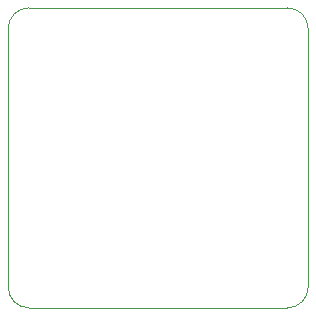
<source format=gbr>
G04 #@! TF.GenerationSoftware,KiCad,Pcbnew,(5.1.6)-1*
G04 #@! TF.CreationDate,2020-09-01T21:36:02-07:00*
G04 #@! TF.ProjectId,MiniCAM,4d696e69-4341-44d2-9e6b-696361645f70,rev?*
G04 #@! TF.SameCoordinates,Original*
G04 #@! TF.FileFunction,Profile,NP*
%FSLAX46Y46*%
G04 Gerber Fmt 4.6, Leading zero omitted, Abs format (unit mm)*
G04 Created by KiCad (PCBNEW (5.1.6)-1) date 2020-09-01 21:36:02*
%MOMM*%
%LPD*%
G01*
G04 APERTURE LIST*
G04 #@! TA.AperFunction,Profile*
%ADD10C,0.101600*%
G04 #@! TD*
G04 APERTURE END LIST*
D10*
X127000000Y-49050000D02*
G75*
G02*
X125250000Y-50800000I-1750000J0D01*
G01*
X103350000Y-50800000D02*
G75*
G02*
X101600000Y-49050000I0J1750000D01*
G01*
X125250000Y-25400000D02*
G75*
G02*
X127000000Y-27150000I0J-1750000D01*
G01*
X101600000Y-27150000D02*
G75*
G02*
X103350000Y-25400000I1750000J0D01*
G01*
X101600000Y-27150000D02*
X101600000Y-49050000D01*
X125250000Y-25400000D02*
X103350000Y-25400000D01*
X127000000Y-49050000D02*
X127000000Y-27150000D01*
X103350000Y-50800000D02*
X125250000Y-50800000D01*
M02*

</source>
